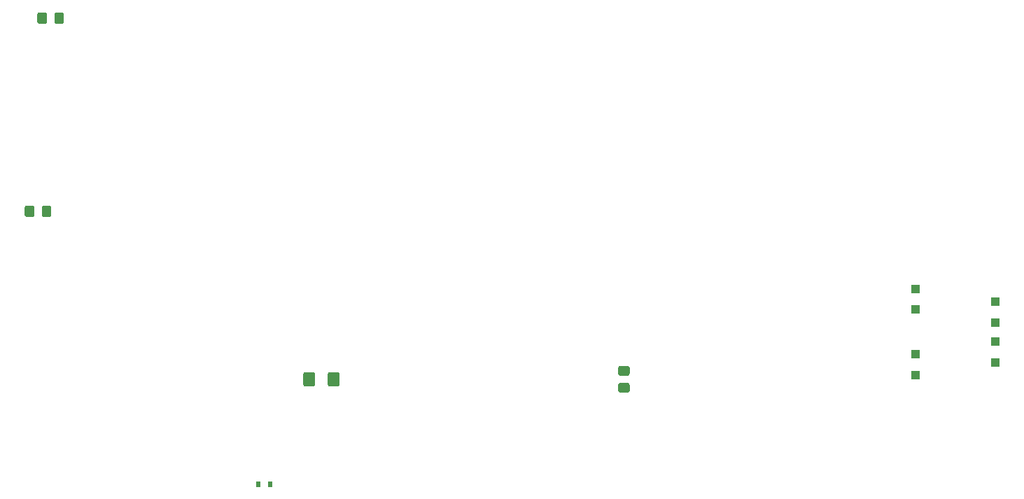
<source format=gbr>
G04 #@! TF.GenerationSoftware,KiCad,Pcbnew,(5.1.5-0-10_14)*
G04 #@! TF.CreationDate,2020-11-15T00:29:35-05:00*
G04 #@! TF.ProjectId,quantar-interface,7175616e-7461-4722-9d69-6e7465726661,rev?*
G04 #@! TF.SameCoordinates,Original*
G04 #@! TF.FileFunction,Paste,Bot*
G04 #@! TF.FilePolarity,Positive*
%FSLAX46Y46*%
G04 Gerber Fmt 4.6, Leading zero omitted, Abs format (unit mm)*
G04 Created by KiCad (PCBNEW (5.1.5-0-10_14)) date 2020-11-15 00:29:35*
%MOMM*%
%LPD*%
G04 APERTURE LIST*
%ADD10C,0.100000*%
%ADD11R,1.000000X1.000000*%
%ADD12R,0.600000X0.700000*%
G04 APERTURE END LIST*
D10*
G36*
X116093504Y-132476204D02*
G01*
X116117773Y-132479804D01*
X116141571Y-132485765D01*
X116164671Y-132494030D01*
X116186849Y-132504520D01*
X116207893Y-132517133D01*
X116227598Y-132531747D01*
X116245777Y-132548223D01*
X116262253Y-132566402D01*
X116276867Y-132586107D01*
X116289480Y-132607151D01*
X116299970Y-132629329D01*
X116308235Y-132652429D01*
X116314196Y-132676227D01*
X116317796Y-132700496D01*
X116319000Y-132725000D01*
X116319000Y-133975000D01*
X116317796Y-133999504D01*
X116314196Y-134023773D01*
X116308235Y-134047571D01*
X116299970Y-134070671D01*
X116289480Y-134092849D01*
X116276867Y-134113893D01*
X116262253Y-134133598D01*
X116245777Y-134151777D01*
X116227598Y-134168253D01*
X116207893Y-134182867D01*
X116186849Y-134195480D01*
X116164671Y-134205970D01*
X116141571Y-134214235D01*
X116117773Y-134220196D01*
X116093504Y-134223796D01*
X116069000Y-134225000D01*
X115144000Y-134225000D01*
X115119496Y-134223796D01*
X115095227Y-134220196D01*
X115071429Y-134214235D01*
X115048329Y-134205970D01*
X115026151Y-134195480D01*
X115005107Y-134182867D01*
X114985402Y-134168253D01*
X114967223Y-134151777D01*
X114950747Y-134133598D01*
X114936133Y-134113893D01*
X114923520Y-134092849D01*
X114913030Y-134070671D01*
X114904765Y-134047571D01*
X114898804Y-134023773D01*
X114895204Y-133999504D01*
X114894000Y-133975000D01*
X114894000Y-132725000D01*
X114895204Y-132700496D01*
X114898804Y-132676227D01*
X114904765Y-132652429D01*
X114913030Y-132629329D01*
X114923520Y-132607151D01*
X114936133Y-132586107D01*
X114950747Y-132566402D01*
X114967223Y-132548223D01*
X114985402Y-132531747D01*
X115005107Y-132517133D01*
X115026151Y-132504520D01*
X115048329Y-132494030D01*
X115071429Y-132485765D01*
X115095227Y-132479804D01*
X115119496Y-132476204D01*
X115144000Y-132475000D01*
X116069000Y-132475000D01*
X116093504Y-132476204D01*
G37*
G36*
X119068504Y-132476204D02*
G01*
X119092773Y-132479804D01*
X119116571Y-132485765D01*
X119139671Y-132494030D01*
X119161849Y-132504520D01*
X119182893Y-132517133D01*
X119202598Y-132531747D01*
X119220777Y-132548223D01*
X119237253Y-132566402D01*
X119251867Y-132586107D01*
X119264480Y-132607151D01*
X119274970Y-132629329D01*
X119283235Y-132652429D01*
X119289196Y-132676227D01*
X119292796Y-132700496D01*
X119294000Y-132725000D01*
X119294000Y-133975000D01*
X119292796Y-133999504D01*
X119289196Y-134023773D01*
X119283235Y-134047571D01*
X119274970Y-134070671D01*
X119264480Y-134092849D01*
X119251867Y-134113893D01*
X119237253Y-134133598D01*
X119220777Y-134151777D01*
X119202598Y-134168253D01*
X119182893Y-134182867D01*
X119161849Y-134195480D01*
X119139671Y-134205970D01*
X119116571Y-134214235D01*
X119092773Y-134220196D01*
X119068504Y-134223796D01*
X119044000Y-134225000D01*
X118119000Y-134225000D01*
X118094496Y-134223796D01*
X118070227Y-134220196D01*
X118046429Y-134214235D01*
X118023329Y-134205970D01*
X118001151Y-134195480D01*
X117980107Y-134182867D01*
X117960402Y-134168253D01*
X117942223Y-134151777D01*
X117925747Y-134133598D01*
X117911133Y-134113893D01*
X117898520Y-134092849D01*
X117888030Y-134070671D01*
X117879765Y-134047571D01*
X117873804Y-134023773D01*
X117870204Y-133999504D01*
X117869000Y-133975000D01*
X117869000Y-132725000D01*
X117870204Y-132700496D01*
X117873804Y-132676227D01*
X117879765Y-132652429D01*
X117888030Y-132629329D01*
X117898520Y-132607151D01*
X117911133Y-132586107D01*
X117925747Y-132566402D01*
X117942223Y-132548223D01*
X117960402Y-132531747D01*
X117980107Y-132517133D01*
X118001151Y-132504520D01*
X118023329Y-132494030D01*
X118046429Y-132485765D01*
X118070227Y-132479804D01*
X118094496Y-132476204D01*
X118119000Y-132475000D01*
X119044000Y-132475000D01*
X119068504Y-132476204D01*
G37*
D11*
X188976000Y-132822000D03*
X188976000Y-130322000D03*
X188976000Y-124928000D03*
X188976000Y-122428000D03*
X198628000Y-128798000D03*
X198628000Y-131298000D03*
X198628000Y-123972000D03*
X198628000Y-126472000D03*
D12*
X110874000Y-146050000D03*
X109474000Y-146050000D03*
D10*
G36*
X154144505Y-131751204D02*
G01*
X154168773Y-131754804D01*
X154192572Y-131760765D01*
X154215671Y-131769030D01*
X154237850Y-131779520D01*
X154258893Y-131792132D01*
X154278599Y-131806747D01*
X154296777Y-131823223D01*
X154313253Y-131841401D01*
X154327868Y-131861107D01*
X154340480Y-131882150D01*
X154350970Y-131904329D01*
X154359235Y-131927428D01*
X154365196Y-131951227D01*
X154368796Y-131975495D01*
X154370000Y-131999999D01*
X154370000Y-132650001D01*
X154368796Y-132674505D01*
X154365196Y-132698773D01*
X154359235Y-132722572D01*
X154350970Y-132745671D01*
X154340480Y-132767850D01*
X154327868Y-132788893D01*
X154313253Y-132808599D01*
X154296777Y-132826777D01*
X154278599Y-132843253D01*
X154258893Y-132857868D01*
X154237850Y-132870480D01*
X154215671Y-132880970D01*
X154192572Y-132889235D01*
X154168773Y-132895196D01*
X154144505Y-132898796D01*
X154120001Y-132900000D01*
X153219999Y-132900000D01*
X153195495Y-132898796D01*
X153171227Y-132895196D01*
X153147428Y-132889235D01*
X153124329Y-132880970D01*
X153102150Y-132870480D01*
X153081107Y-132857868D01*
X153061401Y-132843253D01*
X153043223Y-132826777D01*
X153026747Y-132808599D01*
X153012132Y-132788893D01*
X152999520Y-132767850D01*
X152989030Y-132745671D01*
X152980765Y-132722572D01*
X152974804Y-132698773D01*
X152971204Y-132674505D01*
X152970000Y-132650001D01*
X152970000Y-131999999D01*
X152971204Y-131975495D01*
X152974804Y-131951227D01*
X152980765Y-131927428D01*
X152989030Y-131904329D01*
X152999520Y-131882150D01*
X153012132Y-131861107D01*
X153026747Y-131841401D01*
X153043223Y-131823223D01*
X153061401Y-131806747D01*
X153081107Y-131792132D01*
X153102150Y-131779520D01*
X153124329Y-131769030D01*
X153147428Y-131760765D01*
X153171227Y-131754804D01*
X153195495Y-131751204D01*
X153219999Y-131750000D01*
X154120001Y-131750000D01*
X154144505Y-131751204D01*
G37*
G36*
X154144505Y-133801204D02*
G01*
X154168773Y-133804804D01*
X154192572Y-133810765D01*
X154215671Y-133819030D01*
X154237850Y-133829520D01*
X154258893Y-133842132D01*
X154278599Y-133856747D01*
X154296777Y-133873223D01*
X154313253Y-133891401D01*
X154327868Y-133911107D01*
X154340480Y-133932150D01*
X154350970Y-133954329D01*
X154359235Y-133977428D01*
X154365196Y-134001227D01*
X154368796Y-134025495D01*
X154370000Y-134049999D01*
X154370000Y-134700001D01*
X154368796Y-134724505D01*
X154365196Y-134748773D01*
X154359235Y-134772572D01*
X154350970Y-134795671D01*
X154340480Y-134817850D01*
X154327868Y-134838893D01*
X154313253Y-134858599D01*
X154296777Y-134876777D01*
X154278599Y-134893253D01*
X154258893Y-134907868D01*
X154237850Y-134920480D01*
X154215671Y-134930970D01*
X154192572Y-134939235D01*
X154168773Y-134945196D01*
X154144505Y-134948796D01*
X154120001Y-134950000D01*
X153219999Y-134950000D01*
X153195495Y-134948796D01*
X153171227Y-134945196D01*
X153147428Y-134939235D01*
X153124329Y-134930970D01*
X153102150Y-134920480D01*
X153081107Y-134907868D01*
X153061401Y-134893253D01*
X153043223Y-134876777D01*
X153026747Y-134858599D01*
X153012132Y-134838893D01*
X152999520Y-134817850D01*
X152989030Y-134795671D01*
X152980765Y-134772572D01*
X152974804Y-134748773D01*
X152971204Y-134724505D01*
X152970000Y-134700001D01*
X152970000Y-134049999D01*
X152971204Y-134025495D01*
X152974804Y-134001227D01*
X152980765Y-133977428D01*
X152989030Y-133954329D01*
X152999520Y-133932150D01*
X153012132Y-133911107D01*
X153026747Y-133891401D01*
X153043223Y-133873223D01*
X153061401Y-133856747D01*
X153081107Y-133842132D01*
X153102150Y-133829520D01*
X153124329Y-133819030D01*
X153147428Y-133810765D01*
X153171227Y-133804804D01*
X153195495Y-133801204D01*
X153219999Y-133800000D01*
X154120001Y-133800000D01*
X154144505Y-133801204D01*
G37*
G36*
X83652505Y-88963204D02*
G01*
X83676773Y-88966804D01*
X83700572Y-88972765D01*
X83723671Y-88981030D01*
X83745850Y-88991520D01*
X83766893Y-89004132D01*
X83786599Y-89018747D01*
X83804777Y-89035223D01*
X83821253Y-89053401D01*
X83835868Y-89073107D01*
X83848480Y-89094150D01*
X83858970Y-89116329D01*
X83867235Y-89139428D01*
X83873196Y-89163227D01*
X83876796Y-89187495D01*
X83878000Y-89211999D01*
X83878000Y-90112001D01*
X83876796Y-90136505D01*
X83873196Y-90160773D01*
X83867235Y-90184572D01*
X83858970Y-90207671D01*
X83848480Y-90229850D01*
X83835868Y-90250893D01*
X83821253Y-90270599D01*
X83804777Y-90288777D01*
X83786599Y-90305253D01*
X83766893Y-90319868D01*
X83745850Y-90332480D01*
X83723671Y-90342970D01*
X83700572Y-90351235D01*
X83676773Y-90357196D01*
X83652505Y-90360796D01*
X83628001Y-90362000D01*
X82977999Y-90362000D01*
X82953495Y-90360796D01*
X82929227Y-90357196D01*
X82905428Y-90351235D01*
X82882329Y-90342970D01*
X82860150Y-90332480D01*
X82839107Y-90319868D01*
X82819401Y-90305253D01*
X82801223Y-90288777D01*
X82784747Y-90270599D01*
X82770132Y-90250893D01*
X82757520Y-90229850D01*
X82747030Y-90207671D01*
X82738765Y-90184572D01*
X82732804Y-90160773D01*
X82729204Y-90136505D01*
X82728000Y-90112001D01*
X82728000Y-89211999D01*
X82729204Y-89187495D01*
X82732804Y-89163227D01*
X82738765Y-89139428D01*
X82747030Y-89116329D01*
X82757520Y-89094150D01*
X82770132Y-89073107D01*
X82784747Y-89053401D01*
X82801223Y-89035223D01*
X82819401Y-89018747D01*
X82839107Y-89004132D01*
X82860150Y-88991520D01*
X82882329Y-88981030D01*
X82905428Y-88972765D01*
X82929227Y-88966804D01*
X82953495Y-88963204D01*
X82977999Y-88962000D01*
X83628001Y-88962000D01*
X83652505Y-88963204D01*
G37*
G36*
X85702505Y-88963204D02*
G01*
X85726773Y-88966804D01*
X85750572Y-88972765D01*
X85773671Y-88981030D01*
X85795850Y-88991520D01*
X85816893Y-89004132D01*
X85836599Y-89018747D01*
X85854777Y-89035223D01*
X85871253Y-89053401D01*
X85885868Y-89073107D01*
X85898480Y-89094150D01*
X85908970Y-89116329D01*
X85917235Y-89139428D01*
X85923196Y-89163227D01*
X85926796Y-89187495D01*
X85928000Y-89211999D01*
X85928000Y-90112001D01*
X85926796Y-90136505D01*
X85923196Y-90160773D01*
X85917235Y-90184572D01*
X85908970Y-90207671D01*
X85898480Y-90229850D01*
X85885868Y-90250893D01*
X85871253Y-90270599D01*
X85854777Y-90288777D01*
X85836599Y-90305253D01*
X85816893Y-90319868D01*
X85795850Y-90332480D01*
X85773671Y-90342970D01*
X85750572Y-90351235D01*
X85726773Y-90357196D01*
X85702505Y-90360796D01*
X85678001Y-90362000D01*
X85027999Y-90362000D01*
X85003495Y-90360796D01*
X84979227Y-90357196D01*
X84955428Y-90351235D01*
X84932329Y-90342970D01*
X84910150Y-90332480D01*
X84889107Y-90319868D01*
X84869401Y-90305253D01*
X84851223Y-90288777D01*
X84834747Y-90270599D01*
X84820132Y-90250893D01*
X84807520Y-90229850D01*
X84797030Y-90207671D01*
X84788765Y-90184572D01*
X84782804Y-90160773D01*
X84779204Y-90136505D01*
X84778000Y-90112001D01*
X84778000Y-89211999D01*
X84779204Y-89187495D01*
X84782804Y-89163227D01*
X84788765Y-89139428D01*
X84797030Y-89116329D01*
X84807520Y-89094150D01*
X84820132Y-89073107D01*
X84834747Y-89053401D01*
X84851223Y-89035223D01*
X84869401Y-89018747D01*
X84889107Y-89004132D01*
X84910150Y-88991520D01*
X84932329Y-88981030D01*
X84955428Y-88972765D01*
X84979227Y-88966804D01*
X85003495Y-88963204D01*
X85027999Y-88962000D01*
X85678001Y-88962000D01*
X85702505Y-88963204D01*
G37*
G36*
X82128505Y-112331204D02*
G01*
X82152773Y-112334804D01*
X82176572Y-112340765D01*
X82199671Y-112349030D01*
X82221850Y-112359520D01*
X82242893Y-112372132D01*
X82262599Y-112386747D01*
X82280777Y-112403223D01*
X82297253Y-112421401D01*
X82311868Y-112441107D01*
X82324480Y-112462150D01*
X82334970Y-112484329D01*
X82343235Y-112507428D01*
X82349196Y-112531227D01*
X82352796Y-112555495D01*
X82354000Y-112579999D01*
X82354000Y-113480001D01*
X82352796Y-113504505D01*
X82349196Y-113528773D01*
X82343235Y-113552572D01*
X82334970Y-113575671D01*
X82324480Y-113597850D01*
X82311868Y-113618893D01*
X82297253Y-113638599D01*
X82280777Y-113656777D01*
X82262599Y-113673253D01*
X82242893Y-113687868D01*
X82221850Y-113700480D01*
X82199671Y-113710970D01*
X82176572Y-113719235D01*
X82152773Y-113725196D01*
X82128505Y-113728796D01*
X82104001Y-113730000D01*
X81453999Y-113730000D01*
X81429495Y-113728796D01*
X81405227Y-113725196D01*
X81381428Y-113719235D01*
X81358329Y-113710970D01*
X81336150Y-113700480D01*
X81315107Y-113687868D01*
X81295401Y-113673253D01*
X81277223Y-113656777D01*
X81260747Y-113638599D01*
X81246132Y-113618893D01*
X81233520Y-113597850D01*
X81223030Y-113575671D01*
X81214765Y-113552572D01*
X81208804Y-113528773D01*
X81205204Y-113504505D01*
X81204000Y-113480001D01*
X81204000Y-112579999D01*
X81205204Y-112555495D01*
X81208804Y-112531227D01*
X81214765Y-112507428D01*
X81223030Y-112484329D01*
X81233520Y-112462150D01*
X81246132Y-112441107D01*
X81260747Y-112421401D01*
X81277223Y-112403223D01*
X81295401Y-112386747D01*
X81315107Y-112372132D01*
X81336150Y-112359520D01*
X81358329Y-112349030D01*
X81381428Y-112340765D01*
X81405227Y-112334804D01*
X81429495Y-112331204D01*
X81453999Y-112330000D01*
X82104001Y-112330000D01*
X82128505Y-112331204D01*
G37*
G36*
X84178505Y-112331204D02*
G01*
X84202773Y-112334804D01*
X84226572Y-112340765D01*
X84249671Y-112349030D01*
X84271850Y-112359520D01*
X84292893Y-112372132D01*
X84312599Y-112386747D01*
X84330777Y-112403223D01*
X84347253Y-112421401D01*
X84361868Y-112441107D01*
X84374480Y-112462150D01*
X84384970Y-112484329D01*
X84393235Y-112507428D01*
X84399196Y-112531227D01*
X84402796Y-112555495D01*
X84404000Y-112579999D01*
X84404000Y-113480001D01*
X84402796Y-113504505D01*
X84399196Y-113528773D01*
X84393235Y-113552572D01*
X84384970Y-113575671D01*
X84374480Y-113597850D01*
X84361868Y-113618893D01*
X84347253Y-113638599D01*
X84330777Y-113656777D01*
X84312599Y-113673253D01*
X84292893Y-113687868D01*
X84271850Y-113700480D01*
X84249671Y-113710970D01*
X84226572Y-113719235D01*
X84202773Y-113725196D01*
X84178505Y-113728796D01*
X84154001Y-113730000D01*
X83503999Y-113730000D01*
X83479495Y-113728796D01*
X83455227Y-113725196D01*
X83431428Y-113719235D01*
X83408329Y-113710970D01*
X83386150Y-113700480D01*
X83365107Y-113687868D01*
X83345401Y-113673253D01*
X83327223Y-113656777D01*
X83310747Y-113638599D01*
X83296132Y-113618893D01*
X83283520Y-113597850D01*
X83273030Y-113575671D01*
X83264765Y-113552572D01*
X83258804Y-113528773D01*
X83255204Y-113504505D01*
X83254000Y-113480001D01*
X83254000Y-112579999D01*
X83255204Y-112555495D01*
X83258804Y-112531227D01*
X83264765Y-112507428D01*
X83273030Y-112484329D01*
X83283520Y-112462150D01*
X83296132Y-112441107D01*
X83310747Y-112421401D01*
X83327223Y-112403223D01*
X83345401Y-112386747D01*
X83365107Y-112372132D01*
X83386150Y-112359520D01*
X83408329Y-112349030D01*
X83431428Y-112340765D01*
X83455227Y-112334804D01*
X83479495Y-112331204D01*
X83503999Y-112330000D01*
X84154001Y-112330000D01*
X84178505Y-112331204D01*
G37*
M02*

</source>
